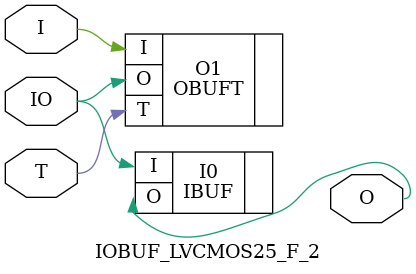
<source format=v>


`timescale  1 ps / 1 ps


module IOBUF_LVCMOS25_F_2 (O, IO, I, T);

    output O;

    inout  IO;

    input  I, T;

        OBUFT #(.IOSTANDARD("LVCMOS25"), .SLEW("FAST"), .DRIVE(2)) O1 (.O(IO), .I(I), .T(T)); 
	IBUF #(.IOSTANDARD("LVCMOS25"))  I0 (.O(O), .I(IO));
        

endmodule



</source>
